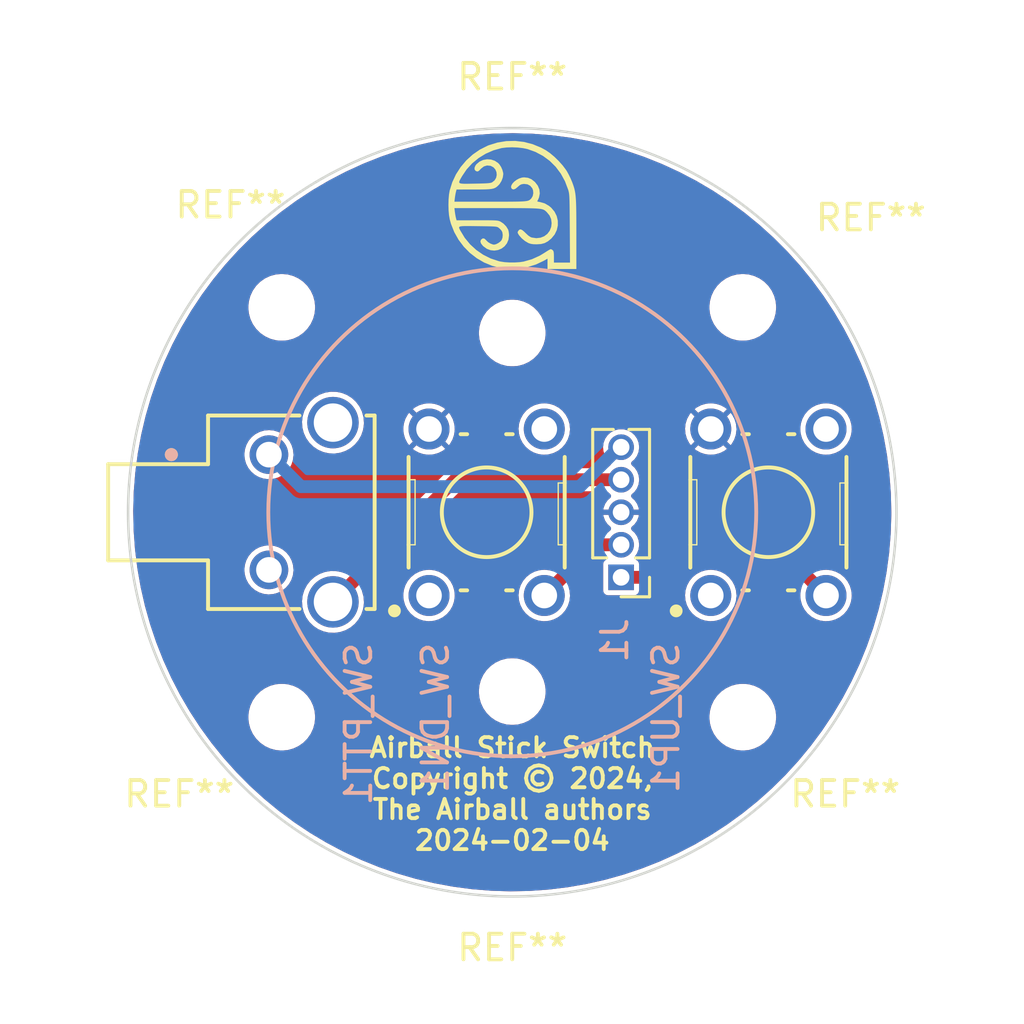
<source format=kicad_pcb>
(kicad_pcb (version 20211014) (generator pcbnew)
  (layers (0 "F.Cu" signal) (31 "B.Cu" signal) (34 "B.Paste" user) (35 "F.Paste" user) (36 "B.SilkS" user "B.Silkscreen") (37 "F.SilkS" user "F.Silkscreen") (38 "B.Mask" user) (39 "F.Mask" user) (44 "Edge.Cuts" user))
  (net 0 "")
  (net 1 "/UP")
  (net 2 "/DN")
  (net 3 "/PTT")
  (net 8 "/TRIM_COM")
  (net 9 "/PTT_COM")
  (footprint "airball-hardware:Omron SW B3F-1000" (layer "F.Cu") (at -1 0 90)
    (fp_text reference "SW_DN1" (at -5 -2 270) (layer "B.SilkS") (effects (font (size 1.000008 1.000008)) (justify left mirror)))
    (fp_text value "Omron SW B3F-1000")
    (fp_line (start 1.143 3.048) (end 2.159 3.048) (layer "F.SilkS") (width 0.1524))
    (fp_line (start -1.27 2.794) (end -1.27 3.048) (layer "F.SilkS") (width 0.0508))
    (fp_line (start -2.159 3.048) (end -1.27 3.048) (layer "F.SilkS") (width 0.1524))
    (fp_line (start 1.27 -2.794) (end -1.27 -2.794) (layer "F.SilkS") (width 0.0508))
    (fp_line (start 2.159 -3.048) (end 1.27 -3.048) (layer "F.SilkS") (width 0.1524))
    (fp_line (start 1.27 -3.048) (end -1.27 -3.048) (layer "F.SilkS") (width 0.1524))
    (fp_line (start 3.048 0.762) (end 3.048 1.016) (layer "F.SilkS") (width 0.1524))
    (fp_line (start -3.048 0.762) (end -3.048 1.016) (layer "F.SilkS") (width 0.1524))
    (fp_line (start 1.143 2.794) (end 1.143 3.048) (layer "F.SilkS") (width 0.0508))
    (fp_line (start -1.27 -3.048) (end -1.27 -2.794) (layer "F.SilkS") (width 0.0508))
    (fp_line (start 3.048 -0.762) (end 3.048 -1.016) (layer "F.SilkS") (width 0.1524))
    (fp_line (start -3.048 -0.762) (end -3.048 -1.016) (layer "F.SilkS") (width 0.1524))
    (fp_line (start 1.27 -2.794) (end 1.27 -3.048) (layer "F.SilkS") (width 0.0508))
    (fp_line (start 1.143 2.794) (end -1.27 2.794) (layer "F.SilkS") (width 0.0508))
    (fp_line (start -1.27 3.048) (end 1.143 3.048) (layer "F.SilkS") (width 0.1524))
    (fp_line (start -1.27 -3.048) (end -2.159 -3.048) (layer "F.SilkS") (width 0.1524))
    (fp_circle (center -3.85 -3.6) (end -3.6 -3.6) (layer "F.SilkS") (width 0) (fill solid))
    (fp_circle (center 0 0) (end 1.75 0) (layer "F.SilkS") (width 0.1524) (fill none))
    (pad "1" thru_hole circle (at -3.25 -2.25 90) (size 1.6 1.6) (drill 1) (layers *.Cu *.Mask))
    (pad "2" thru_hole circle (at 3.25 -2.25 90) (size 1.6 1.6) (drill 1) (layers *.Cu *.Mask) (net 8 "/TRIM_COM"))
    (pad "3" thru_hole circle (at -3.25 2.25 90) (size 1.6 1.6) (drill 1) (layers *.Cu *.Mask) (net 2 "/DN"))
    (pad "4" thru_hole circle (at 3.25 2.25 90) (size 1.6 1.6) (drill 1) (layers *.Cu *.Mask))
  )
  (footprint "MountingHole:MountingHole_2.1mm" (layer "F.Cu") (at 9 8)
    (fp_text reference "REF**" (at 4 3) (layer "F.SilkS"))
    (fp_text value "MountingHole_2.1mm")
    (pad "" np_thru_hole circle (at 0 0) (size 2.1 2.1) (drill 2.1) (layers *.Cu *.Mask))
  )
  (footprint "MountingHole:MountingHole_2.1mm" (layer "F.Cu") (at 9 -8)
    (fp_text reference "REF**" (at 5 -3.5) (layer "F.SilkS"))
    (fp_text value "MountingHole_2.1mm")
    (pad "" np_thru_hole circle (at 0 0) (size 2.1 2.1) (drill 2.1) (layers *.Cu *.Mask))
  )
  (footprint "MountingHole:MountingHole_2.1mm" (layer "F.Cu") (at 0 7)
    (fp_text reference "REF**" (at 0 10) (layer "F.SilkS"))
    (fp_text value "MountingHole_2.1mm")
    (pad "" np_thru_hole circle (at 0 0) (size 2.1 2.1) (drill 2.1) (layers *.Cu *.Mask))
  )
  (footprint "MountingHole:MountingHole_2.1mm" (layer "F.Cu") (at -9 -8)
    (fp_text reference "REF**" (at -2 -4) (layer "F.SilkS"))
    (fp_text value "MountingHole_2.1mm")
    (pad "" np_thru_hole circle (at 0 0) (size 2.1 2.1) (drill 2.1) (layers F&B.Cu *.Mask))
  )
  (footprint "MountingHole:MountingHole_2.1mm" (layer "F.Cu") (at 0 -7)
    (fp_text reference "REF**" (at 0 -10) (layer "F.SilkS"))
    (fp_text value "MountingHole_2.1mm")
    (pad "" np_thru_hole circle (at 0 0) (size 2.1 2.1) (drill 2.1) (layers *.Cu *.Mask))
  )
  (footprint "Connector_PinHeader_1.27mm:PinHeader_1x05_P1.27mm_Vertical" (layer "F.Cu") (at 4.25 2.54 180)
    (fp_text reference "J1" (at 0.25 -2.46 270) (layer "B.SilkS") (effects (justify mirror)))
    (fp_text value "Conn_01x04")
    (fp_line (start 1.11 0.76) (end 1.11 5.775) (layer "F.SilkS") (width 0.12))
    (fp_line (start 0.563471 0.76) (end 1.11 0.76) (layer "F.SilkS") (width 0.12))
    (fp_line (start 0.30753 5.775) (end 1.11 5.775) (layer "F.SilkS") (width 0.12))
    (fp_line (start -1.11 0) (end -1.11 -0.76) (layer "F.SilkS") (width 0.12))
    (fp_line (start -1.11 0.76) (end -0.563471 0.76) (layer "F.SilkS") (width 0.12))
    (fp_line (start -1.11 -0.76) (end 0 -0.76) (layer "F.SilkS") (width 0.12))
    (fp_line (start -1.11 0.76) (end -1.11 5.775) (layer "F.SilkS") (width 0.12))
    (fp_line (start -1.11 5.775) (end -0.30753 5.775) (layer "F.SilkS") (width 0.12))
    (pad "1" thru_hole rect (at 0 0 180) (size 1 1) (drill 0.65) (layers *.Cu *.Mask) (net 1 "/UP"))
    (pad "2" thru_hole oval (at 0 1.27 180) (size 1 1) (drill 0.65) (layers *.Cu *.Mask) (net 2 "/DN"))
    (pad "3" thru_hole oval (at 0 2.54 180) (size 1 1) (drill 0.65) (layers *.Cu *.Mask) (net 8 "/TRIM_COM"))
    (pad "4" thru_hole oval (at 0 3.81 180) (size 1 1) (drill 0.65) (layers *.Cu *.Mask) (net 3 "/PTT"))
    (pad "5" thru_hole oval (at 0 5.08 180) (size 1 1) (drill 0.65) (layers *.Cu *.Mask) (net 9 "/PTT_COM"))
  )
  (footprint "airball-hardware:Omron SW B3F-3152" (layer "F.Cu") (at -9.5 -2.25 -90)
    (fp_text reference "SW_PTT1" (at 7.25 -3.5 -270 unlocked) (layer "B.SilkS") (effects (justify left mirror)))
    (fp_text value "Omron SW B3F-3152")
    (fp_circle (center 0 3.81) (end 0.127 3.81) (layer "B.SilkS") (width 0.254) (fill none))
    (fp_line (start 0.373 2.37694) (end -1.527 2.37694) (layer "F.SilkS") (width 0.1524))
    (fp_line (start -1.527 2.37694) (end -1.527 -1.192212) (layer "F.SilkS") (width 0.1524))
    (fp_line (start 4.127001 6.276941) (end 0.373 6.276941) (layer "F.SilkS") (width 0.1524))
    (fp_line (start 6.027001 2.37694) (end 4.127001 2.37694) (layer "F.SilkS") (width 0.1524))
    (fp_line (start 6.027001 -4.12706) (end 6.027001 -3.807788) (layer "F.SilkS") (width 0.1524))
    (fp_line (start 6.027001 -1.192212) (end 6.027001 2.37694) (layer "F.SilkS") (width 0.1524))
    (fp_line (start 4.127001 2.37694) (end 4.127001 6.276941) (layer "F.SilkS") (width 0.1524))
    (fp_line (start -1.527 -3.807788) (end -1.527 -4.12706) (layer "F.SilkS") (width 0.1524))
    (fp_line (start -1.527 -4.12706) (end 6.027001 -4.12706) (layer "F.SilkS") (width 0.1524))
    (fp_line (start 0.373 6.276941) (end 0.373 2.37694) (layer "F.SilkS") (width 0.1524))
    (fp_circle (center 0 3.81) (end 0.127 3.81) (layer "F.SilkS") (width 0.254) (fill none))
    (pad "1" thru_hole circle (at 0 0 270) (size 1.507998 1.507998) (drill 0.999998) (layers *.Cu *.Mask) (net 9 "/PTT_COM"))
    (pad "2" thru_hole circle (at 4.500001 0 270) (size 1.507998 1.507998) (drill 0.999998) (layers *.Cu *.Mask))
    (pad "3" thru_hole circle (at -1.249999 -2.5 270) (size 2.008124 2.008124) (drill 1.500124) (layers *.Cu *.Mask))
    (pad "4" thru_hole circle (at 5.75 -2.5 270) (size 2.008124 2.008124) (drill 1.500124) (layers *.Cu *.Mask) (net 3 "/PTT"))
  )
  (footprint "airball-hardware:Omron SW B3F-1000" (layer "F.Cu") (at 10 0 90)
    (fp_text reference "SW_UP1" (at -5 -4 270) (layer "B.SilkS") (effects (font (size 1.000008 1.000008)) (justify left mirror)))
    (fp_text value "Omron SW B3F-1000")
    (fp_line (start -1.27 2.794) (end -1.27 3.048) (layer "F.SilkS") (width 0.0508))
    (fp_line (start 3.048 0.762) (end 3.048 1.016) (layer "F.SilkS") (width 0.1524))
    (fp_line (start -3.048 0.762) (end -3.048 1.016) (layer "F.SilkS") (width 0.1524))
    (fp_line (start -1.27 -3.048) (end -2.159 -3.048) (layer "F.SilkS") (width 0.1524))
    (fp_line (start -3.048 -0.762) (end -3.048 -1.016) (layer "F.SilkS") (width 0.1524))
    (fp_line (start 1.143 2.794) (end 1.143 3.048) (layer "F.SilkS") (width 0.0508))
    (fp_line (start -1.27 3.048) (end 1.143 3.048) (layer "F.SilkS") (width 0.1524))
    (fp_line (start 1.27 -3.048) (end -1.27 -3.048) (layer "F.SilkS") (width 0.1524))
    (fp_line (start -1.27 -3.048) (end -1.27 -2.794) (layer "F.SilkS") (width 0.0508))
    (fp_line (start 3.048 -0.762) (end 3.048 -1.016) (layer "F.SilkS") (width 0.1524))
    (fp_line (start 1.27 -2.794) (end 1.27 -3.048) (layer "F.SilkS") (width 0.0508))
    (fp_line (start 2.159 -3.048) (end 1.27 -3.048) (layer "F.SilkS") (width 0.1524))
    (fp_line (start -2.159 3.048) (end -1.27 3.048) (layer "F.SilkS") (width 0.1524))
    (fp_line (start 1.27 -2.794) (end -1.27 -2.794) (layer "F.SilkS") (width 0.0508))
    (fp_line (start 1.143 2.794) (end -1.27 2.794) (layer "F.SilkS") (width 0.0508))
    (fp_line (start 1.143 3.048) (end 2.159 3.048) (layer "F.SilkS") (width 0.1524))
    (fp_circle (center -3.85 -3.6) (end -3.6 -3.6) (layer "F.SilkS") (width 0) (fill solid))
    (fp_circle (center 0 0) (end 1.75 0) (layer "F.SilkS") (width 0.1524) (fill none))
    (pad "1" thru_hole circle (at -3.25 -2.25 90) (size 1.6 1.6) (drill 1) (layers *.Cu *.Mask))
    (pad "2" thru_hole circle (at 3.25 -2.25 90) (size 1.6 1.6) (drill 1) (layers *.Cu *.Mask) (net 8 "/TRIM_COM"))
    (pad "3" thru_hole circle (at -3.25 2.25 90) (size 1.6 1.6) (drill 1) (layers *.Cu *.Mask) (net 1 "/UP"))
    (pad "4" thru_hole circle (at 3.25 2.25 90) (size 1.6 1.6) (drill 1) (layers *.Cu *.Mask))
  )
  (footprint "airball-hardware:airball-logo-5mm" (layer "F.Cu") (at 0 -12)
    (fp_text reference "G***" hide)
    (fp_text value "LOGO" hide)
    (fp_poly (pts (xy 0.457393 -2.458507) (xy 0.795243 -2.371129) (xy 1.122553 -2.236779) (xy 1.306838 -2.136907) (xy 1.470307 -2.024633) (xy 1.643251 -1.879678) (xy 1.813315 -1.714395) (xy 1.968145 -1.541141) (xy 2.095385 -1.37227) (xy 2.136906 -1.306839) (xy 2.205555 -1.181269) (xy 2.275779 -1.036648) (xy 2.334211 -0.900781) (xy 2.342694 -0.878738) (xy 2.375195 -0.790116) (xy 2.402973 -0.707413) (xy 2.426398 -0.625961) (xy 2.445839 -0.541089) (xy 2.461665 -0.448128) (xy 2.474246 -0.342407) (xy 2.483952 -0.219256) (xy 2.49115 -0.074006) (xy 2.496211 0.098013) (xy 2.499503 0.301471) (xy 2.501396 0.541039) (xy 2.50226 0.821386) (xy 2.502463 1.141898) (xy 2.502463 2.502463) (xy 1.376354 2.502463) (xy 1.376354 2.099619) (xy 1.215782 2.189416) (xy 0.918799 2.328034) (xy 0.598738 2.427153) (xy 0.265177 2.485201) (xy -0.072308 2.500609) (xy -0.404138 2.471804) (xy -0.454218 2.463323) (xy -0.785436 2.378584) (xy -1.098718 2.24943) (xy -1.390322 2.079439) (xy -1.656501 1.872192) (xy -1.893511 1.631269) (xy -2.097608 1.36025) (xy -2.265046 1.062714) (xy -2.392081 0.742241) (xy -2.442049 0.563054) (xy -2.469728 0.402755) (xy -2.486429 0.209857) (xy -2.488738 0.125123) (xy -2.257984 0.125123) (xy -2.240912 0.269014) (xy -2.226657 0.368793) (xy -2.209103 0.46475) (xy -2.199394 0.507243) (xy -2.174948 0.60158) (xy -1.373138 0.599879) (xy -1.150798 0.599543) (xy -0.972669 0.5998) (xy -0.83291 0.600977) (xy -0.725684 0.603404) (xy -0.645151 0.607409) (xy -0.585473 0.61332) (xy -0.540811 0.621465) (xy -0.505327 0.632174) (xy -0.473181 0.645774) (xy -0.461936 0.651134) (xy -0.341797 0.730886) (xy -0.236001 0.840442) (xy -0.161781 0.961798) (xy -0.15953 0.96708) (xy -0.140095 1.039582) (xy -0.127878 1.135334) (xy -0.125673 1.194122) (xy -0.14804 1.35949) (xy -0.2091 1.50177) (xy -0.301803 1.618172) (xy -0.419096 1.705911) (xy -0.553926 1.762199) (xy -0.699242 1.784249) (xy -0.847991 1.769272) (xy -0.99312 1.714483) (xy -1.127578 1.617093) (xy -1.147164 1.597848) (xy -1.219339 1.507394) (xy -1.244714 1.430336) (xy -1.223949 1.364183) (xy -1.212782 1.350321) (xy -1.153159 1.307729) (xy -1.09274 1.313414) (xy -1.028527 1.36792) (xy -1.01348 1.386666) (xy -0.942903 1.453787) (xy -0.849685 1.510512) (xy -0.754712 1.545565) (xy -0.708085 1.551527) (xy -0.633991 1.534448) (xy -0.547306 1.491176) (xy -0.467846 1.433659) (xy -0.416531 1.375751) (xy -0.381349 1.280403) (xy -0.371921 1.170921) (xy -0.388131 1.067877) (xy -0.418624 1.005036) (xy -0.474493 0.942965) (xy -0.535121 0.88992) (xy -0.557366 0.875049) (xy -0.583701 0.863232) (xy -0.619971 0.854036) (xy -0.67202 0.847022) (xy -0.745695 0.841756) (xy -0.84684 0.8378) (xy -0.981301 0.834719) (xy -1.154923 0.832077) (xy -1.340619 0.829816) (xy -1.559338 0.827155) (xy -1.73258 0.825583) (xy -1.864916 0.826294) (xy -1.96092 0.830484) (xy -2.025162 0.839346) (xy -2.062216 0.854075) (xy -2.076652 0.875867) (xy -2.073044 0.905915) (xy -2.055963 0.945414) (xy -2.02998 0.995559) (xy -2.023473 1.008238) (xy -1.854289 1.287014) (xy -1.646091 1.539018) (xy -1.404404 1.759991) (xy -1.134754 1.945679) (xy -0.842665 2.091825) (xy -0.533663 2.194173) (xy -0.462566 2.210688) (xy -0.298845 2.235172) (xy -0.105978 2.247457) (xy 0.096631 2.247506) (xy 0.289578 2.23528) (xy 0.445242 2.212471) (xy 0.767539 2.120692) (xy 1.073003 1.982121) (xy 1.251392 1.874045) (xy 1.34524 1.813176) (xy 1.425637 1.764547) (xy 1.482461 1.734077) (xy 1.503375 1.726699) (xy 1.545303 1.742269) (xy 1.580837 1.768115) (xy 1.603685 1.797444) (xy 1.617619 1.842339) (xy 1.624602 1.914071) (xy 1.626597 2.02391) (xy 1.626601 2.030873) (xy 1.626601 2.252216) (xy 2.254655 2.252216) (xy 2.246157 0.919655) (xy 2.244232 0.62685) (xy 2.242372 0.379568) (xy 2.240385 0.173282) (xy 2.238078 0.003464) (xy 2.23526 -0.134411) (xy 2.231739 -0.244869) (xy 2.227321 -0.332439) (xy 2.221814 -0.401645) (xy 2.215027 -0.457014) (xy 2.206767 -0.503074) (xy 2.196841 -0.54435) (xy 2.185058 -0.585368) (xy 2.181759 -0.596246) (xy 2.057672 -0.92331) (xy 1.894957 -1.220827) (xy 1.695972 -1.486436) (xy 1.463077 -1.717778) (xy 1.19863 -1.912493) (xy 0.904991 -2.068221) (xy 0.600591 -2.17806) (xy 0.421707 -2.216324) (xy 0.213011 -2.24027) (xy -0.007157 -2.249222) (xy -0.220457 -2.242506) (xy -0.408547 -2.219446) (xy -0.426863 -2.215892) (xy -0.741122 -2.128058) (xy -1.039389 -1.997098) (xy -1.315952 -1.827094) (xy -1.565099 -1.622128) (xy -1.781119 -1.38628) (xy -1.9583 -1.123631) (xy -1.96024 -1.120204) (xy -2.012561 -1.028881) (xy -2.050937 -0.958169) (xy -2.071108 -0.905546) (xy -2.068813 -0.868493) (xy -2.039793 -0.84449) (xy -1.979788 -0.831015) (xy -1.884537 -0.82555) (xy -1.74978 -0.825573) (xy -1.571258 -0.828564) (xy -1.470197 -0.830291) (xy -1.272792 -0.83391) (xy -1.11905 -0.838074) (xy -1.002585 -0.843262) (xy -0.91701 -0.849952) (xy -0.855938 -0.858625) (xy -0.812985 -0.869758) (xy -0.785736 -0.881628) (xy -0.690441 -0.95733) (xy -0.631139 -1.055404) (xy -0.606768 -1.165598) (xy -0.616263 -1.277656) (xy -0.658562 -1.381326) (xy -0.732601 -1.466351) (xy -0.837316 -1.522479) (xy -0.852665 -1.526995) (xy -0.984672 -1.539383) (xy -1.106509 -1.502788) (xy -1.217995 -1.417271) (xy -1.232617 -1.401566) (xy -1.295092 -1.33711) (xy -1.341301 -1.307683) (xy -1.384805 -1.308121) (xy -1.42805 -1.327186) (xy -1.469308 -1.374035) (xy -1.474337 -1.443515) (xy -1.444278 -1.524967) (xy -1.40028 -1.586494) (xy -1.279201 -1.689526) (xy -1.136858 -1.754586) (xy -0.983149 -1.781723) (xy -0.827972 -1.770987) (xy -0.681224 -1.722428) (xy -0.552804 -1.636096) (xy -0.501161 -1.581963) (xy -0.43555 -1.481304) (xy -0.383652 -1.362688) (xy -0.354081 -1.247857) (xy -0.350345 -1.201267) (xy -0.369287 -1.070093) (xy -0.419805 -0.934243) (xy -0.492441 -0.817105) (xy -0.516994 -0.789249) (xy -0.569483 -0.737098) (xy -0.618741 -0.695624) (xy -0.671136 -0.6636) (xy -0.73304 -0.639801) (xy -0.810821 -0.622999) (xy -0.91085 -0.61197) (xy -1.039498 -0.605486) (xy -1.203135 -0.602322) (xy -1.40813 -0.601251) (xy -1.494258 -0.601141) (xy -2.175214 -0.600592) (xy -2.199527 -0.506749) (xy -2.216584 -0.426703) (xy -2.233319 -0.325831) (xy -2.240912 -0.269015) (xy -2.257984 -0.125124) (xy -0.852479 -0.125124) (xy -0.544317 -0.125119) (xy -0.282139 -0.125331) (xy -0.06188 -0.126103) (xy 0.120528 -0.127776) (xy 0.269148 -0.130691) (xy 0.388047 -0.13519) (xy 0.48129 -0.141614) (xy 0.552943 -0.150304) (xy 0.607071 -0.161603) (xy 0.64774 -0.175851) (xy 0.679016 -0.193391) (xy 0.704963 -0.214563) (xy 0.729648 -0.23971) (xy 0.748077 -0.259565) (xy 0.799462 -0.34754) (xy 0.820864 -0.458031) (xy 0.810669 -0.572318) (xy 0.781626 -0.648707) (xy 0.701379 -0.746276) (xy 0.592808 -0.80413) (xy 0.461232 -0.819609) (xy 0.442451 -0.818347) (xy 0.362756 -0.805276) (xy 0.299314 -0.775519) (xy 0.230914 -0.718372) (xy 0.216282 -0.704197) (xy 0.126202 -0.630318) (xy 0.052343 -0.602357) (xy -0.007399 -0.619658) (xy -0.02002 -0.630621) (xy -0.048193 -0.68902) (xy -0.036616 -0.759315) (xy 0.007858 -0.835154) (xy 0.078374 -0.910179) (xy 0.168081 -0.978037) (xy 0.270126 -1.032371) (xy 0.377655 -1.066828) (xy 0.460052 -1.075815) (xy 0.613275 -1.058549) (xy 0.748045 -1.002485) (xy 0.876208 -0.902477) (xy 0.889759 -0.889223) (xy 0.996918 -0.751856) (xy 1.059151 -0.601425) (xy 1.075209 -0.444466) (xy 1.043841 -0.287515) (xy 1.016933 -0.224591) (xy 0.990184 -0.169392) (xy 0.976446 -0.137957) (xy 0.97596 -0.135991) (xy 0.99805 -0.128484) (xy 1.053659 -0.117197) (xy 1.082315 -0.112322) (xy 1.26694 -0.059482) (xy 1.435336 0.038117) (xy 1.522441 0.111233) (xy 1.649868 0.262369) (xy 1.735193 0.432893) (xy 1.778415 0.61513) (xy 1.779534 0.801408) (xy 1.738549 0.984053) (xy 1.655462 1.155392) (xy 1.530272 1.307751) (xy 1.522441 1.31517) (xy 1.392267 1.422164) (xy 1.265188 1.490796) (xy 1.124862 1.527453) (xy 0.954946 1.538521) (xy 0.950936 1.538525) (xy 0.822757 1.534654) (xy 0.726653 1.521145) (xy 0.645114 1.495162) (xy 0.622552 1.485284) (xy 0.494833 1.409637) (xy 0.371601 1.307508) (xy 0.271915 1.195435) (xy 0.248345 1.160569) (xy 0.215862 1.102627) (xy 0.209874 1.064362) (xy 0.228556 1.024183) (xy 0.235863 1.01284) (xy 0.279335 0.966151) (xy 0.32943 0.955688) (xy 0.391906 0.983189) (xy 0.472519 1.050394) (xy 0.520943 1.098925) (xy 0.624684 1.196266) (xy 0.713127 1.254805) (xy 0.763251 1.273958) (xy 0.938656 1.299163) (xy 1.102327 1.280779) (xy 1.248307 1.223126) (xy 1.370642 1.13052) (xy 1.463377 1.007278) (xy 1.520555 0.857717) (xy 1.536753 0.713202) (xy 1.51657 0.551796) (xy 1.453609 0.410068) (xy 1.347173 0.282591) (xy 1.315715 0.252509) (xy 1.286011 0.226524) (xy 1.254343 0.204336) (xy 1.216991 0.185645) (xy 1.170236 0.170151) (xy 1.110359 0.157555) (xy 1.033642 0.147556) (xy 0.936365 0.139856) (xy 0.814809 0.134154) (xy 0.665255 0.130151) (xy 0.483984 0.127546) (xy 0.267277 0.126041) (xy 0.011415 0.125335) (xy -0.287321 0.125129) (xy -0.606621 0.125123) (xy -2.257984 0.125123) (xy -2.488738 0.125123) (xy -2.492131 0.000595) (xy -2.486815 -0.208795) (xy -2.47046 -0.402077) (xy -2.443478 -0.561171) (xy -2.342544 -0.88564) (xy -2.197779 -1.193381) (xy -2.013396 -1.479521) (xy -1.793608 -1.739188) (xy -1.542626 -1.967509) (xy -1.264663 -2.159614) (xy -0.96393 -2.310628) (xy -0.913618 -2.330792) (xy -0.576503 -2.435054) (xy -0.23277 -2.490843) (xy 0.113292 -2.498536)) (layer "F.SilkS") (width 0) (fill solid))
  )
  (footprint "MountingHole:MountingHole_2.1mm" (layer "F.Cu") (at -9 8)
    (fp_text reference "REF**" (at -4 3) (layer "F.SilkS"))
    (fp_text value "MountingHole_2.1mm")
    (pad "" np_thru_hole circle (at 0 0) (size 2.1 2.1) (drill 2.1) (layers *.Cu *.Mask))
  )
  (gr_circle (center 0 0) (end 0 9.525) (layer "B.SilkS") (width 0.15) (fill none))
  (gr_circle (center 0 0) (end 0 15) (layer "Edge.Cuts") (width 0.1) (fill none))
  (gr_text "Airball Stick Switch\nCopyright © 2024,\nThe Airball authors\n2024-02-04" (at 0 11) (layer "F.SilkS") (effects (font (size 0.75 0.75))))
  (segment (start 10 1) (end 12.25 3.25) (width 0.5) (layer "F.Cu") (net 1))
  (segment (start 4.25 2.54) (end 5.46 2.54) (width 0.5) (layer "F.Cu") (net 1))
  (segment (start 5.46 2.54) (end 7 1) (width 0.5) (layer "F.Cu") (net 1))
  (segment (start 7 1) (end 10 1) (width 0.5) (layer "F.Cu") (net 1))
  (segment (start 4.25 1.27) (end 3.23 1.27) (width 0.5) (layer "F.Cu") (net 2))
  (segment (start 3.23 1.27) (end 1.25 3.25) (width 0.5) (layer "F.Cu") (net 2))
  (segment (start 4.25 -1.27) (end -2.23 -1.27) (width 0.5) (layer "F.Cu") (net 3))
  (segment (start -2.23 -1.27) (end -7 3.5) (width 0.5) (layer "F.Cu") (net 3))
  (segment (start 4.176497 -2.54) (end 4.25 -2.54) (width 0.5) (layer "B.Cu") (net 9))
  (segment (start -9.5 -2.25) (end -8.25 -1) (width 0.5) (layer "B.Cu") (net 9))
  (segment (start -8.25 -1) (end 2.636497 -1) (width 0.5) (layer "B.Cu") (net 9))
  (segment (start 2.636497 -1) (end 4.176497 -2.54) (width 0.5) (layer "B.Cu") (net 9))
  (zone (net 8) (net_name "/TRIM_COM") (layers F&B.Cu) (connect_pads (clearance 0.2)) (min_thickness 0.2) (fill yes (thermal_gap 0.2) (thermal_bridge_width 0.2))
    (polygon (pts (xy 20 20) (xy -20 20) (xy -20 -20) (xy 20 -20)))
  )
)
</source>
